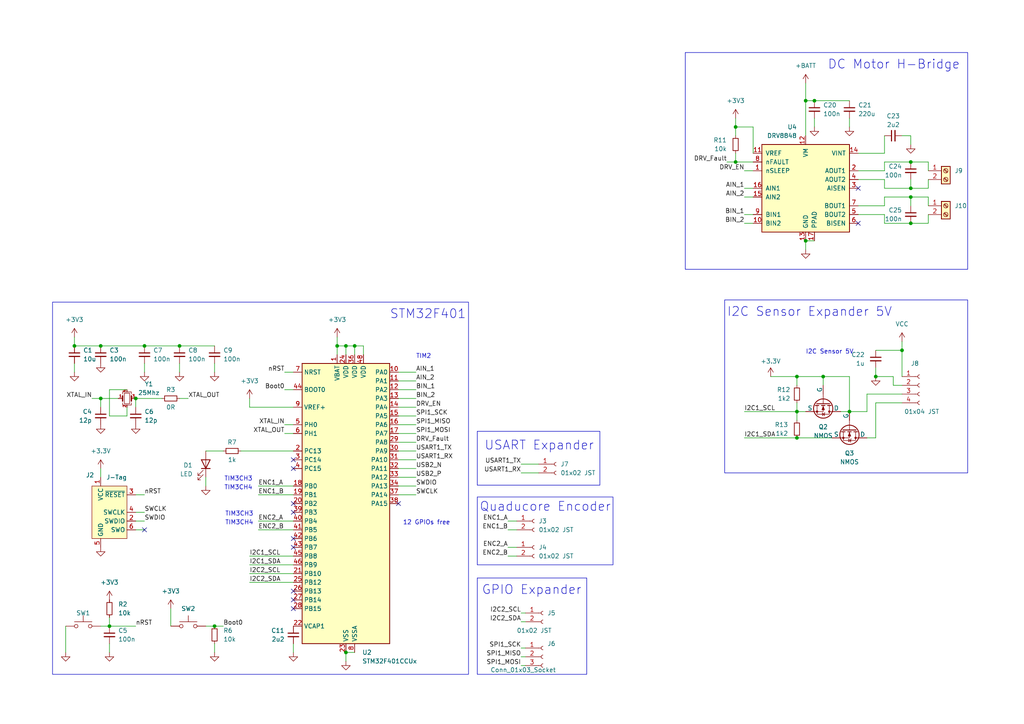
<source format=kicad_sch>
(kicad_sch (version 20230121) (generator eeschema)
  (paper "A4")
  (lib_symbols
    (symbol "Connector:Conn_01x02_Socket" (pin_names (offset 1.016) hide)
      (property "Reference" "J" (at 0 2.54 0))
      (property "Value" "Conn_01x02_Socket" (at 0 -5.08 0))
      (symbol "Conn_01x02_Socket_1_1"
        (arc (start 0 -2.032) (mid -0.5058 -2.54) (end 0 -3.048) (stroke (width 0.1524)))
        (polyline (pts (xy -1.27 -2.54) (xy -0.508 -2.54)) (stroke (width 0.1524)))
        (polyline (pts (xy -1.27 0) (xy -0.508 0)) (stroke (width 0.1524)))
        (arc (start 0 0.508) (mid -0.5058 0) (end 0 -0.508) (stroke (width 0.1524)))
        (pin passive line (at -5.08 0 0) (length 3.81) (name "Pin_1") (number "1"))
        (pin passive line (at -5.08 -2.54 0) (length 3.81) (name "Pin_2") (number "2"))
      )
    )
    (symbol "Connector:Conn_01x03_Socket" (pin_names (offset 1.016) hide)
      (property "Reference" "J" (at 0 5.08 0))
      (property "Value" "Conn_01x03_Socket" (at 0 -5.08 0))
      (symbol "Conn_01x03_Socket_1_1"
        (arc (start 0 -2.032) (mid -0.5058 -2.54) (end 0 -3.048) (stroke (width 0.1524)))
        (polyline (pts (xy -1.27 -2.54) (xy -0.508 -2.54)) (stroke (width 0.1524)))
        (polyline (pts (xy -1.27 0) (xy -0.508 0)) (stroke (width 0.1524)))
        (polyline (pts (xy -1.27 2.54) (xy -0.508 2.54)) (stroke (width 0.1524)))
        (arc (start 0 0.508) (mid -0.5058 0) (end 0 -0.508) (stroke (width 0.1524)))
        (arc (start 0 3.048) (mid -0.5058 2.54) (end 0 2.032) (stroke (width 0.1524)))
        (pin passive line (at -5.08 2.54 0) (length 3.81) (name "Pin_1") (number "1"))
        (pin passive line (at -5.08 0 0) (length 3.81) (name "Pin_2") (number "2"))
        (pin passive line (at -5.08 -2.54 0) (length 3.81) (name "Pin_3") (number "3"))
      )
    )
    (symbol "Connector:Conn_01x04_Socket" (pin_names (offset 1.016) hide)
      (property "Reference" "J" (at 0 5.08 0))
      (property "Value" "Conn_01x04_Socket" (at 0 -7.62 0))
      (symbol "Conn_01x04_Socket_1_1"
        (arc (start 0 -4.572) (mid -0.5058 -5.08) (end 0 -5.588) (stroke (width 0.1524)))
        (arc (start 0 -2.032) (mid -0.5058 -2.54) (end 0 -3.048) (stroke (width 0.1524)))
        (polyline (pts (xy -1.27 -5.08) (xy -0.508 -5.08)) (stroke (width 0.1524)))
        (polyline (pts (xy -1.27 -2.54) (xy -0.508 -2.54)) (stroke (width 0.1524)))
        (polyline (pts (xy -1.27 0) (xy -0.508 0)) (stroke (width 0.1524)))
        (polyline (pts (xy -1.27 2.54) (xy -0.508 2.54)) (stroke (width 0.1524)))
        (arc (start 0 0.508) (mid -0.5058 0) (end 0 -0.508) (stroke (width 0.1524)))
        (arc (start 0 3.048) (mid -0.5058 2.54) (end 0 2.032) (stroke (width 0.1524)))
        (pin passive line (at -5.08 2.54 0) (length 3.81) (name "Pin_1") (number "1"))
        (pin passive line (at -5.08 0 0) (length 3.81) (name "Pin_2") (number "2"))
        (pin passive line (at -5.08 -2.54 0) (length 3.81) (name "Pin_3") (number "3"))
        (pin passive line (at -5.08 -5.08 0) (length 3.81) (name "Pin_4") (number "4"))
      )
    )
    (symbol "Connector:Conn_ARM_SWD_TagConnect_TC2030" (in_bom no)
      (property "Reference" "J" (at 2.54 11.43 0))
      (property "Value" "Conn_ARM_SWD_TagConnect_TC2030" (at 5.08 8.89 0))
      (symbol "Conn_ARM_SWD_TagConnect_TC2030_0_0"
        (pin power_in line (at -2.54 10.16 270) (length 2.54) (name "VCC") (number "1"))
        (pin bidirectional line (at 7.62 -2.54 180) (length 2.54) (name "SWDIO") (number "2"))
        (pin open_collector line (at 7.62 5.08 180) (length 2.54) (name "~{RESET}") (number "3"))
        (pin output line (at 7.62 0 180) (length 2.54) (name "SWCLK") (number "4"))
        (pin power_in line (at -2.54 -10.16 90) (length 2.54) (name "GND") (number "5"))
        (pin input line (at 7.62 -5.08 180) (length 2.54) (name "SWO") (number "6"))
      )
      (symbol "Conn_ARM_SWD_TagConnect_TC2030_0_1"
        (rectangle (start -5.08 7.62) (end 5.08 -7.62) (fill (type background)))
      )
    )
    (symbol "Connector:Screw_Terminal_01x02" (pin_names (offset 1.016) hide)
      (property "Reference" "J" (at 0 2.54 0))
      (property "Value" "Screw_Terminal_01x02" (at 0 -5.08 0))
      (symbol "Screw_Terminal_01x02_1_1"
        (rectangle (start -1.27 1.27) (end 1.27 -3.81) (stroke (width 0.254)) (fill (type background)))
        (circle (center 0 -2.54) (radius 0.635) (stroke (width 0.1524)))
        (polyline (pts (xy -0.5334 -2.2098) (xy 0.3302 -3.048)) (stroke (width 0.1524)))
        (polyline (pts (xy -0.5334 0.3302) (xy 0.3302 -0.508)) (stroke (width 0.1524)))
        (polyline (pts (xy -0.3556 -2.032) (xy 0.508 -2.8702)) (stroke (width 0.1524)))
        (polyline (pts (xy -0.3556 0.508) (xy 0.508 -0.3302)) (stroke (width 0.1524)))
        (circle (center 0 0) (radius 0.635) (stroke (width 0.1524)))
        (pin passive line (at -5.08 0 0) (length 3.81) (name "Pin_1") (number "1"))
        (pin passive line (at -5.08 -2.54 0) (length 3.81) (name "Pin_2") (number "2"))
      )
    )
    (symbol "Device:C_Small" (pin_numbers hide) (pin_names (offset 0.254) hide)
      (property "Reference" "C" (at 0.254 1.778 0))
      (property "Value" "C_Small" (at 0.254 -2.032 0))
      (symbol "C_Small_0_1"
        (polyline (pts (xy -1.524 -0.508) (xy 1.524 -0.508)) (stroke (width 0.3302)))
        (polyline (pts (xy -1.524 0.508) (xy 1.524 0.508)) (stroke (width 0.3048)))
      )
      (symbol "C_Small_1_1"
        (pin passive line (at 0 2.54 270) (length 2.032) (name "~") (number "1"))
        (pin passive line (at 0 -2.54 90) (length 2.032) (name "~") (number "2"))
      )
    )
    (symbol "Device:Crystal_GND24_Small" (pin_names (offset 1.016) hide)
      (property "Reference" "Y" (at 1.27 4.445 0))
      (property "Value" "Crystal_GND24_Small" (at 1.27 2.54 0))
      (symbol "Crystal_GND24_Small_0_1"
        (rectangle (start -0.762 -1.524) (end 0.762 1.524))
        (polyline (pts (xy -1.27 -0.762) (xy -1.27 0.762)) (stroke (width 0.381)))
        (polyline (pts (xy 1.27 -0.762) (xy 1.27 0.762)) (stroke (width 0.381)))
        (polyline (pts (xy -1.27 -1.27) (xy -1.27 -1.905) (xy 1.27 -1.905) (xy 1.27 -1.27)))
        (polyline (pts (xy -1.27 1.27) (xy -1.27 1.905) (xy 1.27 1.905) (xy 1.27 1.27)))
      )
      (symbol "Crystal_GND24_Small_1_1"
        (pin passive line (at -2.54 0 0) (length 1.27) (name "1") (number "1"))
        (pin passive line (at 0 -2.54 90) (length 0.635) (name "2") (number "2"))
        (pin passive line (at 2.54 0 180) (length 1.27) (name "3") (number "3"))
        (pin passive line (at 0 2.54 270) (length 0.635) (name "4") (number "4"))
      )
    )
    (symbol "Device:LED" (pin_numbers hide) (pin_names (offset 1.016) hide)
      (property "Reference" "D" (at 0 2.54 0))
      (property "Value" "LED" (at 0 -2.54 0))
      (symbol "LED_0_1"
        (polyline (pts (xy -1.27 -1.27) (xy -1.27 1.27)) (stroke (width 0.254)))
        (polyline (pts (xy -1.27 0) (xy 1.27 0)))
        (polyline (pts (xy 1.27 -1.27) (xy 1.27 1.27) (xy -1.27 0) (xy 1.27 -1.27)) (stroke (width 0.254)))
        (polyline (pts (xy -3.048 -0.762) (xy -4.572 -2.286) (xy -3.81 -2.286) (xy -4.572 -2.286) (xy -4.572 -1.524)))
        (polyline (pts (xy -1.778 -0.762) (xy -3.302 -2.286) (xy -2.54 -2.286) (xy -3.302 -2.286) (xy -3.302 -1.524)))
      )
      (symbol "LED_1_1"
        (pin passive line (at -3.81 0 0) (length 2.54) (name "K") (number "1"))
        (pin passive line (at 3.81 0 180) (length 2.54) (name "A") (number "2"))
      )
    )
    (symbol "Device:R_Small" (pin_numbers hide) (pin_names (offset 0.254) hide)
      (property "Reference" "R" (at 0.762 0.508 0))
      (property "Value" "R_Small" (at 0.762 -1.016 0))
      (symbol "R_Small_0_1"
        (rectangle (start -0.762 1.778) (end 0.762 -1.778) (stroke (width 0.2032)))
      )
      (symbol "R_Small_1_1"
        (pin passive line (at 0 2.54 270) (length 0.762) (name "~") (number "1"))
        (pin passive line (at 0 -2.54 90) (length 0.762) (name "~") (number "2"))
      )
    )
    (symbol "Driver_Motor:DRV8848" (pin_names (offset 1.016))
      (property "Reference" "U" (at -11.43 14.224 0))
      (property "Value" "DRV8848" (at 7.366 14.224 0))
      (symbol "DRV8848_0_1"
        (rectangle (start -12.7 12.7) (end 12.7 -12.7) (stroke (width 0.254)) (fill (type background)))
      )
      (symbol "DRV8848_1_1"
        (pin input line (at -15.24 5.08 0) (length 2.54) (name "nSLEEP") (number "1"))
        (pin input line (at -15.24 -10.16 0) (length 2.54) (name "BIN2") (number "10"))
        (pin input line (at -15.24 10.16 0) (length 2.54) (name "VREF") (number "11"))
        (pin power_in line (at 0 15.24 270) (length 2.54) (name "VM") (number "12"))
        (pin power_in line (at 0 -15.24 90) (length 2.54) (name "GND") (number "13"))
        (pin passive line (at 15.24 10.16 180) (length 2.54) (name "VINT") (number "14"))
        (pin input line (at -15.24 -2.54 0) (length 2.54) (name "AIN2") (number "15"))
        (pin input line (at -15.24 0 0) (length 2.54) (name "AIN1") (number "16"))
        (pin power_in line (at 2.54 -15.24 90) (length 2.54) (name "PPAD") (number "17"))
        (pin output line (at 15.24 5.08 180) (length 2.54) (name "AOUT1") (number "2"))
        (pin passive line (at 15.24 0 180) (length 2.54) (name "AISEN") (number "3"))
        (pin output line (at 15.24 2.54 180) (length 2.54) (name "AOUT2") (number "4"))
        (pin output line (at 15.24 -7.62 180) (length 2.54) (name "BOUT2") (number "5"))
        (pin passive line (at 15.24 -10.16 180) (length 2.54) (name "BISEN") (number "6"))
        (pin output line (at 15.24 -5.08 180) (length 2.54) (name "BOUT1") (number "7"))
        (pin open_collector line (at -15.24 7.62 0) (length 2.54) (name "nFAULT") (number "8"))
        (pin input line (at -15.24 -7.62 0) (length 2.54) (name "BIN1") (number "9"))
      )
    )
    (symbol "MCU_ST_STM32F4:STM32F401CCUx"
      (property "Reference" "U" (at -12.7 41.91 0))
      (property "Value" "STM32F401CCUx" (at 7.62 41.91 0))
      (symbol "STM32F401CCUx_0_1"
        (rectangle (start -12.7 -40.64) (end 12.7 40.64) (stroke (width 0.254)) (fill (type background)))
      )
      (symbol "STM32F401CCUx_1_1"
        (pin power_in line (at -2.54 43.18 270) (length 2.54) (name "VBAT") (number "1"))
        (pin bidirectional line (at 15.24 38.1 180) (length 2.54) (name "PA0") (number "10"))
        (pin bidirectional line (at 15.24 35.56 180) (length 2.54) (name "PA1") (number "11"))
        (pin bidirectional line (at 15.24 33.02 180) (length 2.54) (name "PA2") (number "12"))
        (pin bidirectional line (at 15.24 30.48 180) (length 2.54) (name "PA3") (number "13"))
        (pin bidirectional line (at 15.24 27.94 180) (length 2.54) (name "PA4") (number "14"))
        (pin bidirectional line (at 15.24 25.4 180) (length 2.54) (name "PA5") (number "15"))
        (pin bidirectional line (at 15.24 22.86 180) (length 2.54) (name "PA6") (number "16"))
        (pin bidirectional line (at 15.24 20.32 180) (length 2.54) (name "PA7") (number "17"))
        (pin bidirectional line (at -15.24 5.08 0) (length 2.54) (name "PB0") (number "18"))
        (pin bidirectional line (at -15.24 2.54 0) (length 2.54) (name "PB1") (number "19"))
        (pin bidirectional line (at -15.24 15.24 0) (length 2.54) (name "PC13") (number "2"))
        (pin bidirectional line (at -15.24 0 0) (length 2.54) (name "PB2") (number "20"))
        (pin bidirectional line (at -15.24 -20.32 0) (length 2.54) (name "PB10") (number "21"))
        (pin power_out line (at -15.24 -35.56 0) (length 2.54) (name "VCAP1") (number "22"))
        (pin power_in line (at 0 -43.18 90) (length 2.54) (name "VSS") (number "23"))
        (pin power_in line (at 0 43.18 270) (length 2.54) (name "VDD") (number "24"))
        (pin bidirectional line (at -15.24 -22.86 0) (length 2.54) (name "PB12") (number "25"))
        (pin bidirectional line (at -15.24 -25.4 0) (length 2.54) (name "PB13") (number "26"))
        (pin bidirectional line (at -15.24 -27.94 0) (length 2.54) (name "PB14") (number "27"))
        (pin bidirectional line (at -15.24 -30.48 0) (length 2.54) (name "PB15") (number "28"))
        (pin bidirectional line (at 15.24 17.78 180) (length 2.54) (name "PA8") (number "29"))
        (pin bidirectional line (at -15.24 12.7 0) (length 2.54) (name "PC14") (number "3"))
        (pin bidirectional line (at 15.24 15.24 180) (length 2.54) (name "PA9") (number "30"))
        (pin bidirectional line (at 15.24 12.7 180) (length 2.54) (name "PA10") (number "31"))
        (pin bidirectional line (at 15.24 10.16 180) (length 2.54) (name "PA11") (number "32"))
        (pin bidirectional line (at 15.24 7.62 180) (length 2.54) (name "PA12") (number "33"))
        (pin bidirectional line (at 15.24 5.08 180) (length 2.54) (name "PA13") (number "34"))
        (pin passive line (at 0 -43.18 90) (length 2.54) hide (name "VSS") (number "35"))
        (pin power_in line (at 2.54 43.18 270) (length 2.54) (name "VDD") (number "36"))
        (pin bidirectional line (at 15.24 2.54 180) (length 2.54) (name "PA14") (number "37"))
        (pin bidirectional line (at 15.24 0 180) (length 2.54) (name "PA15") (number "38"))
        (pin bidirectional line (at -15.24 -2.54 0) (length 2.54) (name "PB3") (number "39"))
        (pin bidirectional line (at -15.24 10.16 0) (length 2.54) (name "PC15") (number "4"))
        (pin bidirectional line (at -15.24 -5.08 0) (length 2.54) (name "PB4") (number "40"))
        (pin bidirectional line (at -15.24 -7.62 0) (length 2.54) (name "PB5") (number "41"))
        (pin bidirectional line (at -15.24 -10.16 0) (length 2.54) (name "PB6") (number "42"))
        (pin bidirectional line (at -15.24 -12.7 0) (length 2.54) (name "PB7") (number "43"))
        (pin input line (at -15.24 33.02 0) (length 2.54) (name "BOOT0") (number "44"))
        (pin bidirectional line (at -15.24 -15.24 0) (length 2.54) (name "PB8") (number "45"))
        (pin bidirectional line (at -15.24 -17.78 0) (length 2.54) (name "PB9") (number "46"))
        (pin passive line (at 0 -43.18 90) (length 2.54) hide (name "VSS") (number "47"))
        (pin power_in line (at 5.08 43.18 270) (length 2.54) (name "VDD") (number "48"))
        (pin passive line (at 0 -43.18 90) (length 2.54) hide (name "VSS") (number "49"))
        (pin bidirectional line (at -15.24 22.86 0) (length 2.54) (name "PH0") (number "5"))
        (pin bidirectional line (at -15.24 20.32 0) (length 2.54) (name "PH1") (number "6"))
        (pin input line (at -15.24 38.1 0) (length 2.54) (name "NRST") (number "7"))
        (pin power_in line (at 2.54 -43.18 90) (length 2.54) (name "VSSA") (number "8"))
        (pin input line (at -15.24 27.94 0) (length 2.54) (name "VREF+") (number "9"))
      )
    )
    (symbol "Simulation_SPICE:NMOS" (pin_numbers hide) (pin_names (offset 0))
      (property "Reference" "Q" (at 5.08 1.27 0))
      (property "Value" "NMOS" (at 5.08 -1.27 0))
      (symbol "NMOS_0_1"
        (polyline (pts (xy 0.254 0) (xy -2.54 0)))
        (polyline (pts (xy 0.254 1.905) (xy 0.254 -1.905)) (stroke (width 0.254)))
        (polyline (pts (xy 0.762 -1.27) (xy 0.762 -2.286)) (stroke (width 0.254)))
        (polyline (pts (xy 0.762 0.508) (xy 0.762 -0.508)) (stroke (width 0.254)))
        (polyline (pts (xy 0.762 2.286) (xy 0.762 1.27)) (stroke (width 0.254)))
        (polyline (pts (xy 2.54 2.54) (xy 2.54 1.778)))
        (polyline (pts (xy 2.54 -2.54) (xy 2.54 0) (xy 0.762 0)))
        (polyline (pts (xy 0.762 -1.778) (xy 3.302 -1.778) (xy 3.302 1.778) (xy 0.762 1.778)))
        (polyline (pts (xy 1.016 0) (xy 2.032 0.381) (xy 2.032 -0.381) (xy 1.016 0)) (fill (type outline)))
        (polyline (pts (xy 2.794 0.508) (xy 2.921 0.381) (xy 3.683 0.381) (xy 3.81 0.254)))
        (polyline (pts (xy 3.302 0.381) (xy 2.921 -0.254) (xy 3.683 -0.254) (xy 3.302 0.381)))
        (circle (center 1.651 0) (radius 2.794) (stroke (width 0.254)))
        (circle (center 2.54 -1.778) (radius 0.254) (fill (type outline)))
        (circle (center 2.54 1.778) (radius 0.254) (fill (type outline)))
      )
      (symbol "NMOS_1_1"
        (pin passive line (at 2.54 5.08 270) (length 2.54) (name "D") (number "1"))
        (pin input line (at -5.08 0 0) (length 2.54) (name "G") (number "2"))
        (pin passive line (at 2.54 -5.08 90) (length 2.54) (name "S") (number "3"))
      )
    )
    (symbol "Switch:SW_Push" (pin_numbers hide) (pin_names (offset 1.016) hide)
      (property "Reference" "SW" (at 1.27 2.54 0))
      (property "Value" "SW_Push" (at 0 -1.524 0))
      (symbol "SW_Push_0_1"
        (circle (center -2.032 0) (radius 0.508))
        (polyline (pts (xy 0 1.27) (xy 0 3.048)))
        (polyline (pts (xy 2.54 1.27) (xy -2.54 1.27)))
        (circle (center 2.032 0) (radius 0.508))
        (pin passive line (at -5.08 0 0) (length 2.54) (name "1") (number "1"))
        (pin passive line (at 5.08 0 180) (length 2.54) (name "2") (number "2"))
      )
    )
    (symbol "power:+3.3V" (power) (pin_names (offset 0))
      (property "Value" "+3.3V" (at 0 3.556 0))
      (symbol "+3.3V_0_1"
        (polyline (pts (xy -0.762 1.27) (xy 0 2.54)))
        (polyline (pts (xy 0 0) (xy 0 2.54)))
        (polyline (pts (xy 0 2.54) (xy 0.762 1.27)))
      )
      (symbol "+3.3V_1_1"
        (pin power_in line (at 0 0 90) (length 0) hide (name "+3.3V") (number "1"))
      )
    )
    (symbol "power:+3V3" (power) (pin_names (offset 0))
      (property "Value" "+3V3" (at 0 3.556 0))
      (symbol "+3V3_0_1"
        (polyline (pts (xy -0.762 1.27) (xy 0 2.54)))
        (polyline (pts (xy 0 0) (xy 0 2.54)))
        (polyline (pts (xy 0 2.54) (xy 0.762 1.27)))
      )
      (symbol "+3V3_1_1"
        (pin power_in line (at 0 0 90) (length 0) hide (name "+3V3") (number "1"))
      )
    )
    (symbol "power:+BATT" (power) (pin_names (offset 0))
      (property "Value" "+BATT" (at 0 3.556 0))
      (symbol "+BATT_0_1"
        (polyline (pts (xy -0.762 1.27) (xy 0 2.54)))
        (polyline (pts (xy 0 0) (xy 0 2.54)))
        (polyline (pts (xy 0 2.54) (xy 0.762 1.27)))
      )
      (symbol "+BATT_1_1"
        (pin power_in line (at 0 0 90) (length 0) hide (name "+BATT") (number "1"))
      )
    )
    (symbol "power:GND" (power) (pin_names (offset 0))
      (symbol "GND_0_1"
        (polyline (pts (xy 0 0) (xy 0 -1.27) (xy 1.27 -1.27) (xy 0 -2.54) (xy -1.27 -1.27) (xy 0 -1.27)))
      )
      (symbol "GND_1_1"
        (pin power_in line (at 0 0 270) (length 0) hide (name "GND") (number "1"))
      )
    )
    (symbol "power:VCC" (power) (pin_names (offset 0))
      (property "Value" "VCC" (at 0 3.81 0))
      (symbol "VCC_0_1"
        (polyline (pts (xy -0.762 1.27) (xy 0 2.54)))
        (polyline (pts (xy 0 0) (xy 0 2.54)))
        (polyline (pts (xy 0 2.54) (xy 0.762 1.27)))
      )
      (symbol "VCC_1_1"
        (pin power_in line (at 0 0 90) (length 0) hide (name "VCC") (number "1"))
      )
    )
  )
  (junction (at 264.16 46.99))
  (junction (at 213.36 36.83))
  (junction (at 231.14 119.38))
  (junction (at 261.62 101.6))
  (junction (at 236.22 29.21))
  (junction (at 233.68 29.21))
  (junction (at 102.87 100.33))
  (junction (at 254 109.22))
  (junction (at 231.14 127))
  (junction (at 100.33 189.23))
  (junction (at 233.68 69.85))
  (junction (at 52.07 100.33))
  (junction (at 31.75 181.61))
  (junction (at 231.14 109.22))
  (junction (at 238.76 109.22))
  (junction (at 100.33 100.33))
  (junction (at 41.91 100.33))
  (junction (at 213.36 46.99))
  (junction (at 29.21 100.33))
  (junction (at 62.23 181.61))
  (junction (at 21.59 100.33))
  (junction (at 97.79 100.33))
  (junction (at 246.38 119.38))
  (junction (at 39.37 115.57))
  (junction (at 264.16 57.15))
  (junction (at 29.21 115.57))
  (junction (at 264.16 64.77))
  (junction (at 264.16 54.61))
  (no_connect (at 85.09 146.05))
  (no_connect (at 85.09 176.53))
  (no_connect (at 115.57 146.05))
  (no_connect (at 85.09 148.59))
  (no_connect (at 85.09 156.21))
  (no_connect (at 85.09 135.89))
  (no_connect (at 85.09 171.45))
  (no_connect (at 248.92 64.77))
  (no_connect (at 85.09 158.75))
  (no_connect (at 85.09 173.99))
  (no_connect (at 41.91 153.67))
  (no_connect (at 248.92 54.61))
  (no_connect (at 85.09 133.35))
  (wire (pts (xy 251.46 114.3) (xy 251.46 119.38)))
  (wire (pts (xy 256.54 44.45) (xy 248.92 44.45)))
  (wire (pts (xy 72.39 161.29) (xy 85.09 161.29)))
  (wire (pts (xy 259.08 109.22) (xy 254 109.22)))
  (wire (pts (xy 238.76 109.22) (xy 246.38 109.22)))
  (wire (pts (xy 269.24 59.69) (xy 269.24 57.15)))
  (wire (pts (xy 85.09 186.69) (xy 85.09 189.23)))
  (wire (pts (xy 243.84 119.38) (xy 246.38 119.38)))
  (wire (pts (xy 233.68 69.85) (xy 233.68 72.39)))
  (wire (pts (xy 248.92 62.23) (xy 256.54 62.23)))
  (wire (pts (xy 115.57 143.51) (xy 120.65 143.51)))
  (wire (pts (xy 231.14 127) (xy 241.3 127)))
  (wire (pts (xy 115.57 118.11) (xy 120.65 118.11)))
  (wire (pts (xy 261.62 101.6) (xy 261.62 109.22)))
  (wire (pts (xy 256.54 57.15) (xy 256.54 59.69)))
  (wire (pts (xy 115.57 123.19) (xy 120.65 123.19)))
  (wire (pts (xy 31.75 186.69) (xy 31.75 189.23)))
  (wire (pts (xy 69.85 130.81) (xy 85.09 130.81)))
  (wire (pts (xy 100.33 100.33) (xy 102.87 100.33)))
  (wire (pts (xy 41.91 105.41) (xy 41.91 107.95)))
  (wire (pts (xy 236.22 29.21) (xy 246.38 29.21)))
  (wire (pts (xy 115.57 120.65) (xy 120.65 120.65)))
  (wire (pts (xy 147.32 158.75) (xy 149.86 158.75)))
  (wire (pts (xy 233.68 29.21) (xy 236.22 29.21)))
  (wire (pts (xy 152.4 177.8) (xy 151.13 177.8)))
  (wire (pts (xy 151.13 180.34) (xy 152.4 180.34)))
  (wire (pts (xy 74.93 151.13) (xy 85.09 151.13)))
  (wire (pts (xy 231.14 116.84) (xy 231.14 119.38)))
  (wire (pts (xy 256.54 62.23) (xy 256.54 64.77)))
  (wire (pts (xy 231.14 119.38) (xy 231.14 121.92)))
  (wire (pts (xy 39.37 151.13) (xy 41.91 151.13)))
  (wire (pts (xy 41.91 100.33) (xy 52.07 100.33)))
  (wire (pts (xy 115.57 130.81) (xy 120.65 130.81)))
  (wire (pts (xy 102.87 189.23) (xy 100.33 189.23)))
  (wire (pts (xy 100.33 102.87) (xy 100.33 100.33)))
  (wire (pts (xy 254 101.6) (xy 261.62 101.6)))
  (wire (pts (xy 72.39 168.91) (xy 85.09 168.91)))
  (wire (pts (xy 115.57 138.43) (xy 120.65 138.43)))
  (wire (pts (xy 31.75 181.61) (xy 39.37 181.61)))
  (wire (pts (xy 115.57 133.35) (xy 120.65 133.35)))
  (wire (pts (xy 147.32 161.29) (xy 149.86 161.29)))
  (wire (pts (xy 59.69 130.81) (xy 64.77 130.81)))
  (wire (pts (xy 233.68 69.85) (xy 236.22 69.85)))
  (wire (pts (xy 115.57 125.73) (xy 120.65 125.73)))
  (wire (pts (xy 31.75 179.07) (xy 31.75 181.61)))
  (wire (pts (xy 246.38 34.29) (xy 246.38 36.83)))
  (wire (pts (xy 256.54 52.07) (xy 256.54 54.61)))
  (wire (pts (xy 215.9 62.23) (xy 218.44 62.23)))
  (wire (pts (xy 213.36 34.29) (xy 213.36 36.83)))
  (wire (pts (xy 115.57 115.57) (xy 120.65 115.57)))
  (wire (pts (xy 102.87 100.33) (xy 105.41 100.33)))
  (wire (pts (xy 39.37 143.51) (xy 41.91 143.51)))
  (wire (pts (xy 29.21 100.33) (xy 41.91 100.33)))
  (wire (pts (xy 264.16 41.91) (xy 264.16 39.37)))
  (wire (pts (xy 115.57 128.27) (xy 120.65 128.27)))
  (wire (pts (xy 29.21 135.89) (xy 29.21 138.43)))
  (wire (pts (xy 59.69 181.61) (xy 62.23 181.61)))
  (wire (pts (xy 231.14 119.38) (xy 233.68 119.38)))
  (wire (pts (xy 254 106.68) (xy 254 109.22)))
  (wire (pts (xy 29.21 115.57) (xy 34.29 115.57)))
  (wire (pts (xy 231.14 109.22) (xy 231.14 111.76)))
  (wire (pts (xy 31.75 113.03) (xy 31.75 120.65)))
  (wire (pts (xy 264.16 54.61) (xy 269.24 54.61)))
  (wire (pts (xy 62.23 105.41) (xy 62.23 107.95)))
  (wire (pts (xy 39.37 115.57) (xy 39.37 118.11)))
  (wire (pts (xy 115.57 107.95) (xy 120.65 107.95)))
  (wire (pts (xy 102.87 100.33) (xy 102.87 102.87)))
  (wire (pts (xy 31.75 120.65) (xy 36.83 120.65)))
  (wire (pts (xy 52.07 100.33) (xy 62.23 100.33)))
  (wire (pts (xy 39.37 153.67) (xy 41.91 153.67)))
  (wire (pts (xy 213.36 46.99) (xy 218.44 46.99)))
  (wire (pts (xy 82.55 125.73) (xy 85.09 125.73)))
  (wire (pts (xy 100.33 100.33) (xy 97.79 100.33)))
  (wire (pts (xy 62.23 186.69) (xy 62.23 189.23)))
  (wire (pts (xy 264.16 52.07) (xy 264.16 54.61)))
  (wire (pts (xy 74.93 140.97) (xy 85.09 140.97)))
  (wire (pts (xy 147.32 153.67) (xy 149.86 153.67)))
  (wire (pts (xy 74.93 153.67) (xy 85.09 153.67)))
  (wire (pts (xy 215.9 119.38) (xy 231.14 119.38)))
  (wire (pts (xy 256.54 57.15) (xy 264.16 57.15)))
  (wire (pts (xy 256.54 64.77) (xy 264.16 64.77)))
  (wire (pts (xy 248.92 59.69) (xy 256.54 59.69)))
  (wire (pts (xy 238.76 109.22) (xy 238.76 111.76)))
  (wire (pts (xy 269.24 54.61) (xy 269.24 52.07)))
  (wire (pts (xy 115.57 113.03) (xy 120.65 113.03)))
  (wire (pts (xy 72.39 118.11) (xy 85.09 118.11)))
  (wire (pts (xy 115.57 110.49) (xy 120.65 110.49)))
  (wire (pts (xy 254 127) (xy 251.46 127)))
  (wire (pts (xy 213.36 36.83) (xy 213.36 39.37)))
  (wire (pts (xy 151.13 190.5) (xy 152.4 190.5)))
  (wire (pts (xy 259.08 111.76) (xy 259.08 109.22)))
  (wire (pts (xy 236.22 34.29) (xy 236.22 36.83)))
  (wire (pts (xy 72.39 163.83) (xy 85.09 163.83)))
  (wire (pts (xy 39.37 115.57) (xy 46.99 115.57)))
  (wire (pts (xy 233.68 29.21) (xy 233.68 39.37)))
  (wire (pts (xy 151.13 187.96) (xy 152.4 187.96)))
  (wire (pts (xy 62.23 181.61) (xy 64.77 181.61)))
  (wire (pts (xy 151.13 134.62) (xy 156.21 134.62)))
  (wire (pts (xy 97.79 100.33) (xy 97.79 102.87)))
  (wire (pts (xy 231.14 109.22) (xy 238.76 109.22)))
  (wire (pts (xy 233.68 24.13) (xy 233.68 29.21)))
  (wire (pts (xy 74.93 143.51) (xy 85.09 143.51)))
  (wire (pts (xy 147.32 151.13) (xy 149.86 151.13)))
  (wire (pts (xy 115.57 140.97) (xy 120.65 140.97)))
  (wire (pts (xy 269.24 64.77) (xy 269.24 62.23)))
  (wire (pts (xy 105.41 100.33) (xy 105.41 102.87)))
  (wire (pts (xy 215.9 57.15) (xy 218.44 57.15)))
  (wire (pts (xy 256.54 49.53) (xy 256.54 46.99)))
  (wire (pts (xy 29.21 115.57) (xy 29.21 118.11)))
  (wire (pts (xy 215.9 54.61) (xy 218.44 54.61)))
  (wire (pts (xy 19.05 181.61) (xy 19.05 189.23)))
  (wire (pts (xy 52.07 115.57) (xy 54.61 115.57)))
  (wire (pts (xy 26.67 115.57) (xy 29.21 115.57)))
  (wire (pts (xy 256.54 46.99) (xy 264.16 46.99)))
  (wire (pts (xy 21.59 105.41) (xy 21.59 107.95)))
  (wire (pts (xy 215.9 127) (xy 231.14 127)))
  (wire (pts (xy 269.24 57.15) (xy 264.16 57.15)))
  (wire (pts (xy 52.07 105.41) (xy 52.07 107.95)))
  (wire (pts (xy 251.46 114.3) (xy 261.62 114.3)))
  (wire (pts (xy 72.39 115.57) (xy 72.39 118.11)))
  (wire (pts (xy 246.38 119.38) (xy 246.38 109.22)))
  (wire (pts (xy 39.37 148.59) (xy 41.91 148.59)))
  (wire (pts (xy 218.44 36.83) (xy 213.36 36.83)))
  (wire (pts (xy 21.59 97.79) (xy 21.59 100.33)))
  (wire (pts (xy 151.13 193.04) (xy 152.4 193.04)))
  (wire (pts (xy 36.83 118.11) (xy 36.83 120.65)))
  (wire (pts (xy 261.62 99.06) (xy 261.62 101.6)))
  (wire (pts (xy 82.55 123.19) (xy 85.09 123.19)))
  (wire (pts (xy 85.09 113.03) (xy 82.55 113.03)))
  (wire (pts (xy 248.92 52.07) (xy 256.54 52.07)))
  (wire (pts (xy 254 127) (xy 254 116.84)))
  (wire (pts (xy 261.62 111.76) (xy 259.08 111.76)))
  (wire (pts (xy 256.54 54.61) (xy 264.16 54.61)))
  (wire (pts (xy 82.55 107.95) (xy 85.09 107.95)))
  (wire (pts (xy 215.9 49.53) (xy 218.44 49.53)))
  (wire (pts (xy 59.69 138.43) (xy 59.69 140.97)))
  (wire (pts (xy 210.82 46.99) (xy 213.36 46.99)))
  (wire (pts (xy 254 116.84) (xy 261.62 116.84)))
  (wire (pts (xy 264.16 57.15) (xy 264.16 59.69)))
  (wire (pts (xy 248.92 49.53) (xy 256.54 49.53)))
  (wire (pts (xy 100.33 189.23) (xy 100.33 191.77)))
  (wire (pts (xy 213.36 44.45) (xy 213.36 46.99)))
  (wire (pts (xy 49.53 176.53) (xy 49.53 181.61)))
  (wire (pts (xy 223.52 109.22) (xy 231.14 109.22)))
  (wire (pts (xy 215.9 64.77) (xy 218.44 64.77)))
  (wire (pts (xy 72.39 166.37) (xy 85.09 166.37)))
  (wire (pts (xy 269.24 46.99) (xy 264.16 46.99)))
  (wire (pts (xy 115.57 135.89) (xy 120.65 135.89)))
  (wire (pts (xy 264.16 39.37) (xy 261.62 39.37)))
  (wire (pts (xy 36.83 113.03) (xy 31.75 113.03)))
  (wire (pts (xy 218.44 36.83) (xy 218.44 44.45)))
  (wire (pts (xy 151.13 137.16) (xy 156.21 137.16)))
  (wire (pts (xy 246.38 119.38) (xy 251.46 119.38)))
  (wire (pts (xy 264.16 64.77) (xy 269.24 64.77)))
  (wire (pts (xy 269.24 49.53) (xy 269.24 46.99)))
  (wire (pts (xy 97.79 97.79) (xy 97.79 100.33)))
  (wire (pts (xy 256.54 39.37) (xy 256.54 44.45)))
  (wire (pts (xy 21.59 100.33) (xy 29.21 100.33)))
  (wire (pts (xy 29.21 181.61) (xy 31.75 181.61)))
  (rectangle (start 198.755 15.24) (end 280.67 78.105))
  (rectangle (start 138.43 144.145) (end 177.8 163.83))
  (rectangle (start 138.43 167.64) (end 170.18 195.58))
  (rectangle (start 138.43 125.095) (end 173.99 140.716))
  (rectangle (start 15.24 87.63) (end 135.89 195.58))
  (rectangle (start 210.185 86.995) (end 280.67 137.16))
  (text "12 GPIOs free" (at 116.84 152.4 0) (effects (font (size 1.27 1.27)) (justify left bottom)))
  (text "STM32F401" (at 113.03 92.71 0) (effects (font (size 2.6 2.6)) (justify left bottom)))
  (text "TIM3CH4\n" (at 65.024 142.24 0) (effects (font (size 1.27 1.27)) (justify left bottom)))
  (text "USART Expander\n" (at 140.462 130.81 0) (effects (font (size 2.6 2.6)) (justify left bottom)))
  (text "I2C Sensor Expander 5V" (at 210.82 92.075 0) (effects (font (size 2.6 2.6)) (justify left bottom)))
  (text "TIM2" (at 120.65 104.14 0) (effects (font (size 1.27 1.27)) (justify left bottom)))
  (text "TIM3CH3\n" (at 65.024 139.7 0) (effects (font (size 1.27 1.27)) (justify left bottom)))
  (text "DC Motor H-Bridge" (at 240.03 20.32 0) (effects (font (size 2.6 2.6)) (justify left bottom)))
  (text "TIM3CH3\n" (at 65.278 149.86 0) (effects (font (size 1.27 1.27)) (justify left bottom)))
  (text "TIM3CH4\n" (at 65.278 152.4 0) (effects (font (size 1.27 1.27)) (justify left bottom)))
  (text "I2C Sensor 5V\n" (at 233.68 102.87 0) (effects (font (size 1.27 1.27)) (justify left bottom)))
  (text "Quaducore Encoder" (at 139.065 148.59 0) (effects (font (size 2.6 2.6)) (justify left bottom)))
  (text "GPIO Expander" (at 139.7 172.72 0) (effects (font (size 2.6 2.6)) (justify left bottom)))
  (label "SPI1_MISO" (at 151.13 190.5 180))
  (label "BIN_1" (at 120.65 113.03 0))
  (label "ENC2_A" (at 147.32 158.75 180))
  (label "SPI1_SCK" (at 151.13 187.96 180))
  (label "SWCLK" (at 120.65 143.51 0))
  (label "SWDIO" (at 120.65 140.97 0))
  (label "nRST" (at 41.91 143.51 0))
  (label "ENC1_A" (at 74.93 140.97 0))
  (label "BIN_1" (at 215.9 62.23 180))
  (label "USART1_RX" (at 120.65 133.35 0))
  (label "nRST" (at 82.55 107.95 180))
  (label "SWCLK" (at 41.91 148.59 0))
  (label "nRST" (at 39.37 181.61 0))
  (label "USART1_RX" (at 151.13 137.16 180))
  (label "XTAL_IN" (at 82.55 123.19 180))
  (label "I2C2_SCL" (at 151.13 177.8 180))
  (label "Boot0" (at 64.77 181.61 0))
  (label "SPI1_MISO" (at 120.65 123.19 0))
  (label "ENC2_A" (at 74.93 151.13 0))
  (label "AIN_2" (at 120.65 110.49 0))
  (label "AIN_1" (at 215.9 54.61 180))
  (label "USART1_TX" (at 151.13 134.62 180))
  (label "I2C1_SCL" (at 215.9 119.38 0))
  (label "DRV_EN" (at 215.9 49.53 180))
  (label "USART1_TX" (at 120.65 130.81 0))
  (label "XTAL_OUT" (at 82.55 125.73 180))
  (label "ENC1_B" (at 74.93 143.51 0))
  (label "I2C2_SCL" (at 72.39 166.37 0))
  (label "I2C1_SDA" (at 215.9 127 0))
  (label "AIN_2" (at 215.9 57.15 180))
  (label "I2C1_SCL" (at 72.39 161.29 0))
  (label "XTAL_IN" (at 26.67 115.57 180))
  (label "DRV_EN" (at 120.65 118.11 0))
  (label "I2C1_SDA" (at 72.39 163.83 0))
  (label "ENC2_B" (at 147.32 161.29 180))
  (label "I2C2_SDA" (at 151.13 180.34 180))
  (label "SPI1_SCK" (at 120.65 120.65 0))
  (label "SPI1_MOSI" (at 120.65 125.73 0))
  (label "Boot0" (at 82.55 113.03 180))
  (label "XTAL_OUT" (at 54.61 115.57 0))
  (label "ENC1_B" (at 147.32 153.67 180))
  (label "SWDIO" (at 41.91 151.13 0))
  (label "ENC1_A" (at 147.32 151.13 180))
  (label "I2C2_SDA" (at 72.39 168.91 0))
  (label "AIN_1" (at 120.65 107.95 0))
  (label "USB2_P" (at 120.65 138.43 0))
  (label "SPI1_MOSI" (at 151.13 193.04 180))
  (label "USB2_N" (at 120.65 135.89 0))
  (label "DRV_Fault" (at 120.65 128.27 0))
  (label "BIN_2" (at 215.9 64.77 180))
  (label "DRV_Fault" (at 210.82 46.99 180))
  (label "BIN_2" (at 120.65 115.57 0))
  (label "ENC2_B" (at 74.93 153.67 0))
  (symbol (lib_id "Connector:Screw_Terminal_01x02") (at 274.32 49.53 0) (unit 1)
    (property "Reference" "J9" (at 276.86 49.53 0) (effects (justify left)))
    (property "Value" "Screw_Terminal_01x02" (effects hide))
    (property "Footprint" "Connector_PinHeader_2.54mm:PinHeader_1x02_P2.54mm_Horizontal" (effects hide))
    (instances (project "DCMotorDriver" (path "" (reference "J9") (unit 1)) (path "" (reference "J?") (unit 1))))
  )
  (symbol (lib_id "Device:C_Small") (at 62.23 102.87 0) (unit 1)
    (property "Reference" "C9" (at 64.77 101.6063 0) (effects (justify left)))
    (property "Value" "100n" (at 64.77 104.1463 0) (effects (justify left)))
    (property "Footprint" "Capacitor_SMD:C_0402_1005Metric" (effects hide))
    (instances (project "DCMotorDriver" (path "" (reference "C9") (unit 1)) (path "" (reference "C?") (unit 1))))
  )
  (symbol (lib_id "MCU_ST_STM32F4:STM32F401CCUx") (at 100.33 146.05 0) (unit 1)
    (property "Reference" "U2" (at 105.0641 189.23 0) (effects (justify left)))
    (property "Value" "STM32F401CCUx" (at 105.0641 191.77 0) (effects (justify left)))
    (property "Footprint" "Package_DFN_QFN:QFN-48-1EP_7x7mm_P0.5mm_EP5.6x5.6mm" (effects hide))
    (property "Datasheet" "https://www.st.com/resource/en/datasheet/stm32f401cc.pdf" (effects hide))
    (instances (project "DCMotorDriver" (path "" (reference "U2") (unit 1)) (path "" (reference "U?") (unit 1))))
  )
  (symbol (lib_id "Device:Crystal_GND24_Small") (at 36.83 115.57 0) (unit 1)
    (property "Reference" "Y1" (at 43.18 111.3791 0))
    (property "Value" "25Mhz" (at 43.18 113.9191 0))
    (property "Footprint" "Crystal:Crystal_SMD_0603-4Pin_6.0x3.5mm" (effects hide))
    (instances (project "DCMotorDriver" (path "" (reference "Y1") (unit 1)) (path "" (reference "Y?") (unit 1))))
  )
  (symbol (lib_id "power:VCC") (at 261.62 99.06 0) (unit 1)
    (property "Reference" "#PWR052" (effects hide))
    (property "Value" "VCC" (at 261.62 93.98 0))
  )
  (symbol (lib_id "Device:R_Small") (at 231.14 124.46 0) (unit 1)
    (property "Reference" "R13" (at 228.6 123.19 0) (effects (justify right)))
    (property "Value" "1k2" (at 228.6 125.73 0) (effects (justify right)))
    (property "Footprint" "Resistor_SMD:R_0402_1005Metric" (effects hide))
    (instances (project "DCMotorDriver" (path "" (reference "R13") (unit 1)) (path "" (reference "R?") (unit 1))))
  )
  (symbol (lib_id "Device:LED") (at 59.69 134.62 270) (mirror x) (unit 1)
    (property "Reference" "D1" (at 55.88 134.9375 90) (effects (justify right)))
    (property "Value" "LED" (at 55.88 137.4775 90) (effects (justify right)))
    (property "Footprint" "Diode_SMD:D_0402_1005Metric" (effects hide))
    (instances (project "DCMotorDriver" (path "" (reference "D1") (unit 1)) (path "" (reference "D?") (unit 1))))
  )
  (symbol (lib_id "Device:C_Small") (at 21.59 102.87 0) (unit 1)
    (property "Reference" "C1" (at 24.13 101.6063 0) (effects (justify left)))
    (property "Value" "10u" (at 24.13 104.1463 0) (effects (justify left)))
    (property "Footprint" "Capacitor_SMD:C_0402_1005Metric" (effects hide))
    (instances (project "DCMotorDriver" (path "" (reference "C1") (unit 1)) (path "" (reference "C?") (unit 1))))
  )
  (symbol (lib_id "Device:C_Small") (at 259.08 39.37 90) (unit 1)
    (property "Reference" "C23" (at 259.08 33.655 90))
    (property "Value" "2u2" (at 259.08 36.195 90))
    (property "Footprint" "Capacitor_SMD:C_0402_1005Metric" (effects hide))
    (instances (project "DCMotorDriver" (path "" (reference "C23") (unit 1)) (path "" (reference "C?") (unit 1))))
  )
  (symbol (lib_id "Device:C_Small") (at 29.21 120.65 0) (mirror y) (unit 1)
    (property "Reference" "C4" (at 26.67 119.3863 0) (effects (justify left)))
    (property "Value" "12p" (at 26.67 121.9263 0) (effects (justify left)))
    (property "Footprint" "Capacitor_SMD:C_0402_1005Metric" (effects hide))
    (instances (project "DCMotorDriver" (path "" (reference "C4") (unit 1)) (path "" (reference "C?") (unit 1))))
  )
  (symbol (lib_id "Simulation_SPICE:NMOS") (at 246.38 124.46 270) (unit 1)
    (property "Reference" "Q3" (at 246.38 131.445 90))
    (property "Value" "NMOS" (at 246.38 133.985 90))
    (property "Footprint" "Package_TO_SOT_SMD:SOT-23-3" (effects hide))
    (property "Datasheet" "https://ngspice.sourceforge.io/docs/ngspice-manual.pdf" (effects hide))
    (property "Sim.Device" "NMOS" (effects hide))
    (property "Sim.Type" "VDMOS" (effects hide))
    (property "Sim.Pins" "1=D 2=G 3=S" (effects hide))
    (instances (project "DCMotorDriver" (path "" (reference "Q3") (unit 1)) (path "" (reference "Q?") (unit 1))))
  )
  (symbol (lib_id "Device:C_Small") (at 39.37 120.65 0) (unit 1)
    (property "Reference" "C6" (at 41.91 119.3863 0) (effects (justify left)))
    (property "Value" "12p" (at 41.91 121.9263 0) (effects (justify left)))
    (property "Footprint" "Capacitor_SMD:C_0402_1005Metric" (effects hide))
    (instances (project "DCMotorDriver" (path "" (reference "C6") (unit 1)) (path "" (reference "C?") (unit 1))))
  )
  (symbol (lib_id "Switch:SW_Push") (at 24.13 181.61 0) (unit 1)
    (property "Reference" "SW1" (at 24.13 177.8 0))
    (property "Value" "SW_Push" (effects hide))
    (property "Footprint" "Button_Switch_SMD:SW_Push_1P1T_NO_CK_KMR2" (effects hide))
    (instances (project "DCMotorDriver" (path "" (reference "SW1") (unit 1)) (path "" (reference "SW?") (unit 1))))
  )
  (symbol (lib_id "power:GND") (at 39.37 123.19 0) (unit 1)
    (property "Reference" "#PWR012" (effects hide))
    (property "Value" "GND" (effects hide))
  )
  (symbol (lib_id "power:+3V3") (at 72.39 115.57 0) (unit 1)
    (property "Reference" "#PWR024" (effects hide))
    (property "Value" "+3V3" (at 72.39 110.49 0))
  )
  (symbol (lib_id "power:GND") (at 29.21 158.75 0) (unit 1)
    (property "Reference" "#PWR08" (effects hide))
    (property "Value" "GND" (effects hide))
  )
  (symbol (lib_id "Simulation_SPICE:NMOS") (at 238.76 116.84 270) (unit 1)
    (property "Reference" "Q2" (at 238.76 123.825 90))
    (property "Value" "NMOS" (at 238.76 126.365 90))
    (property "Footprint" "Package_TO_SOT_SMD:SOT-23-3" (effects hide))
    (property "Datasheet" "https://ngspice.sourceforge.io/docs/ngspice-manual.pdf" (effects hide))
    (property "Sim.Device" "NMOS" (effects hide))
    (property "Sim.Type" "VDMOS" (effects hide))
    (property "Sim.Pins" "1=D 2=G 3=S" (effects hide))
    (instances (project "DCMotorDriver" (path "" (reference "Q2") (unit 1)) (path "" (reference "Q?") (unit 1))))
  )
  (symbol (lib_id "power:+3V3") (at 49.53 176.53 0) (unit 1)
    (property "Reference" "#PWR014" (effects hide))
    (property "Value" "+3V3" (at 49.53 171.45 0))
  )
  (symbol (lib_id "Device:C_Small") (at 29.21 102.87 0) (unit 1)
    (property "Reference" "C3" (at 31.75 101.6063 0) (effects (justify left)))
    (property "Value" "100n" (at 31.75 104.14 0) (effects (justify left)))
    (property "Footprint" "Capacitor_SMD:C_0402_1005Metric" (effects hide))
    (instances (project "DCMotorDriver" (path "" (reference "C3") (unit 1)) (path "" (reference "C?") (unit 1))))
  )
  (symbol (lib_id "Connector:Conn_ARM_SWD_TagConnect_TC2030") (at 31.75 148.59 0) (unit 1) (in_bom no)
    (property "Reference" "J2" (at 27.305 137.795 0) (effects (justify right)))
    (property "Value" "J-Tag" (at 36.83 138.43 0) (effects (justify right)))
    (property "Footprint" "Connector:Tag-Connect_TC2030-IDC-FP_2x03_P1.27mm_Vertical" (effects hide))
    (property "Datasheet" "https://www.tag-connect.com/wp-content/uploads/bsk-pdf-manager/TC2030-CTX_1.pdf" (effects hide))
    (instances (project "DCMotorDriver" (path "" (reference "J2") (unit 1)) (path "" (reference "J?") (unit 1))))
  )
  (symbol (lib_id "Device:R_Small") (at 49.53 115.57 90) (unit 1)
    (property "Reference" "R3" (at 49.53 113.03 90))
    (property "Value" "0R" (at 49.53 118.11 90))
    (property "Footprint" "Resistor_SMD:R_0402_1005Metric" (effects hide))
    (instances (project "DCMotorDriver" (path "" (reference "R3") (unit 1)) (path "" (reference "R?") (unit 1))))
  )
  (symbol (lib_id "Connector:Screw_Terminal_01x02") (at 274.32 59.69 0) (unit 1)
    (property "Reference" "J10" (at 276.86 59.69 0) (effects (justify left)))
    (property "Value" "Screw_Terminal_01x02" (effects hide))
    (property "Footprint" "Connector_PinHeader_2.54mm:PinHeader_1x02_P2.54mm_Horizontal" (effects hide))
    (instances (project "DCMotorDriver" (path "" (reference "J10") (unit 1)) (path "" (reference "J?") (unit 1))))
  )
  (symbol (lib_id "power:GND") (at 62.23 189.23 0) (unit 1)
    (property "Reference" "#PWR021" (effects hide))
    (property "Value" "GND" (effects hide))
  )
  (symbol (lib_id "power:GND") (at 29.21 105.41 0) (unit 1)
    (property "Reference" "#PWR05" (effects hide))
    (property "Value" "GND" (effects hide))
  )
  (symbol (lib_id "Connector:Conn_01x02_Socket") (at 154.94 151.13 0) (unit 1)
    (property "Reference" "J3" (at 156.21 151.13 0) (effects (justify left)))
    (property "Value" "01x02 JST" (at 156.21 153.67 0) (effects (justify left)))
    (property "Footprint" "Connector_JST:JST_EH_B2B-EH-A_1x02_P2.50mm_Vertical" (effects hide))
    (instances (project "DCMotorDriver" (path "" (reference "J3") (unit 1)) (path "" (reference "J?") (unit 1))))
  )
  (symbol (lib_id "power:GND") (at 19.05 189.23 0) (unit 1)
    (property "Reference" "#PWR01" (effects hide))
    (property "Value" "GND" (effects hide))
  )
  (symbol (lib_id "power:GND") (at 233.68 72.39 0) (unit 1)
    (property "Reference" "#PWR048" (effects hide))
    (property "Value" "GND" (effects hide))
  )
  (symbol (lib_id "Device:C_Small") (at 52.07 102.87 0) (unit 1)
    (property "Reference" "C8" (at 54.61 101.6063 0) (effects (justify left)))
    (property "Value" "100n" (at 54.61 104.1463 0) (effects (justify left)))
    (property "Footprint" "Capacitor_SMD:C_0402_1005Metric" (effects hide))
    (instances (project "DCMotorDriver" (path "" (reference "C8") (unit 1)) (path "" (reference "C?") (unit 1))))
  )
  (symbol (lib_id "power:+3V3") (at 21.59 97.79 0) (unit 1)
    (property "Reference" "#PWR02" (effects hide))
    (property "Value" "+3V3" (at 21.59 92.71 0))
  )
  (symbol (lib_id "Device:C_Small") (at 254 104.14 0) (mirror y) (unit 1)
    (property "Reference" "C22" (at 250.825 102.8763 0) (effects (justify left)))
    (property "Value" "1u" (at 250.825 105.4163 0) (effects (justify left)))
    (property "Footprint" "Capacitor_SMD:C_0402_1005Metric" (effects hide))
    (instances (project "DCMotorDriver" (path "" (reference "C22") (unit 1)) (path "" (reference "C?") (unit 1))))
  )
  (symbol (lib_id "Device:R_Small") (at 62.23 184.15 180) (unit 1)
    (property "Reference" "R6" (at 64.77 182.88 0) (effects (justify right)))
    (property "Value" "10k" (at 64.77 185.42 0) (effects (justify right)))
    (property "Footprint" "Resistor_SMD:R_0402_1005Metric" (effects hide))
    (instances (project "DCMotorDriver" (path "" (reference "R6") (unit 1)) (path "" (reference "R?") (unit 1))))
  )
  (symbol (lib_id "power:GND") (at 246.38 36.83 0) (unit 1)
    (property "Reference" "#PWR050" (effects hide))
    (property "Value" "GND" (effects hide))
  )
  (symbol (lib_id "Device:C_Small") (at 236.22 31.75 0) (unit 1)
    (property "Reference" "C20" (at 238.76 30.4863 0) (effects (justify left)))
    (property "Value" "100n" (at 238.76 33.0263 0) (effects (justify left)))
    (property "Footprint" "Capacitor_SMD:C_0402_1005Metric" (effects hide))
    (instances (project "DCMotorDriver" (path "" (reference "C20") (unit 1)) (path "" (reference "C?") (unit 1))))
  )
  (symbol (lib_id "power:+BATT") (at 233.68 24.13 0) (unit 1)
    (property "Reference" "#PWR047" (effects hide))
    (property "Value" "+BATT" (at 233.68 19.05 0))
  )
  (symbol (lib_id "power:+3V3") (at 213.36 34.29 0) (unit 1)
    (property "Reference" "#PWR045" (effects hide))
    (property "Value" "+3V3" (at 213.36 29.21 0))
  )
  (symbol (lib_id "Switch:SW_Push") (at 54.61 181.61 0) (unit 1)
    (property "Reference" "SW2" (at 54.61 176.53 0))
    (property "Value" "SW_Push" (effects hide))
    (property "Footprint" "Button_Switch_SMD:SW_Push_1P1T_NO_CK_KMR2" (effects hide))
    (instances (project "DCMotorDriver" (path "" (reference "SW2") (unit 1)) (path "" (reference "SW?") (unit 1))))
  )
  (symbol (lib_id "Device:C_Small") (at 264.16 62.23 0) (mirror y) (unit 1)
    (property "Reference" "C25" (at 261.62 60.9663 0) (effects (justify left)))
    (property "Value" "100n" (at 261.62 63.5063 0) (effects (justify left)))
    (property "Footprint" "Capacitor_SMD:C_0402_1005Metric" (effects hide))
    (instances (project "DCMotorDriver" (path "" (reference "C25") (unit 1)) (path "" (reference "C?") (unit 1))))
  )
  (symbol (lib_id "power:+3.3V") (at 223.52 109.22 0) (unit 1)
    (property "Reference" "#PWR046" (effects hide))
    (property "Value" "+3.3V" (at 223.52 104.775 0))
  )
  (symbol (lib_id "Connector:Conn_01x04_Socket") (at 266.7 111.76 0) (unit 1)
    (property "Reference" "J8" (at 264.16 105.41 0) (effects (justify left)))
    (property "Value" "01x04 JST" (at 262.255 119.38 0) (effects (justify left)))
    (property "Footprint" "Connector_JST:JST_EH_B4B-EH-A_1x04_P2.50mm_Vertical" (effects hide))
    (instances (project "DCMotorDriver" (path "" (reference "J8") (unit 1)) (path "" (reference "J?") (unit 1))))
  )
  (symbol (lib_id "power:GND") (at 264.16 41.91 0) (unit 1)
    (property "Reference" "#PWR053" (effects hide))
    (property "Value" "GND" (effects hide))
  )
  (symbol (lib_id "Connector:Conn_01x02_Socket") (at 157.48 177.8 0) (unit 1)
    (property "Reference" "J5" (at 158.75 177.8 0) (effects (justify left)))
    (property "Value" "01x02 JST" (at 149.86 182.88 0) (effects (justify left)))
    (property "Footprint" "Connector_JST:JST_EH_B2B-EH-A_1x02_P2.50mm_Vertical" (effects hide))
    (instances (project "DCMotorDriver" (path "" (reference "J5") (unit 1)) (path "" (reference "J?") (unit 1))))
  )
  (symbol (lib_id "power:+3V3") (at 31.75 173.99 0) (unit 1)
    (property "Reference" "#PWR010" (effects hide))
    (property "Value" "+3V3" (at 31.75 168.91 0))
  )
  (symbol (lib_id "power:+3V3") (at 97.79 97.79 0) (unit 1)
    (property "Reference" "#PWR030" (effects hide))
    (property "Value" "+3V3" (at 97.79 92.71 0))
  )
  (symbol (lib_id "Connector:Conn_01x02_Socket") (at 161.29 134.62 0) (unit 1)
    (property "Reference" "J7" (at 162.56 134.62 0) (effects (justify left)))
    (property "Value" "01x02 JST" (at 162.56 137.16 0) (effects (justify left)))
    (property "Footprint" "Connector_JST:JST_EH_B2B-EH-A_1x02_P2.50mm_Vertical" (effects hide))
    (instances (project "DCMotorDriver" (path "" (reference "J7") (unit 1)) (path "" (reference "J?") (unit 1))))
  )
  (symbol (lib_id "power:GND") (at 41.91 107.95 0) (unit 1)
    (property "Reference" "#PWR013" (effects hide))
    (property "Value" "GND" (effects hide))
  )
  (symbol (lib_id "power:GND") (at 52.07 107.95 0) (unit 1)
    (property "Reference" "#PWR015" (effects hide))
    (property "Value" "GND" (effects hide))
  )
  (symbol (lib_id "Driver_Motor:DRV8848") (at 233.68 54.61 0) (unit 1)
    (property "Reference" "U4" (at 231.14 36.83 0) (effects (justify right)))
    (property "Value" "DRV8848" (at 231.14 39.37 0) (effects (justify right)))
    (property "Footprint" "Package_SO:TSSOP-16-1EP_4.4x5mm_P0.65mm" (effects hide))
    (property "Datasheet" "http://www.ti.com/lit/ds/symlink/drv8848.pdf" (effects hide))
    (instances (project "DCMotorDriver" (path "" (reference "U4") (unit 1)) (path "" (reference "U?") (unit 1))))
  )
  (symbol (lib_id "Device:C_Small") (at 264.16 49.53 0) (mirror y) (unit 1)
    (property "Reference" "C24" (at 261.62 48.2663 0) (effects (justify left)))
    (property "Value" "100n" (at 261.62 50.8063 0) (effects (justify left)))
    (property "Footprint" "Capacitor_SMD:C_0402_1005Metric" (effects hide))
    (instances (project "DCMotorDriver" (path "" (reference "C24") (unit 1)) (path "" (reference "C?") (unit 1))))
  )
  (symbol (lib_id "power:GND") (at 31.75 189.23 0) (unit 1)
    (property "Reference" "#PWR011" (effects hide))
    (property "Value" "GND" (effects hide))
  )
  (symbol (lib_id "Device:C_Small") (at 31.75 184.15 0) (unit 1)
    (property "Reference" "C5" (at 34.29 182.8863 0) (effects (justify left)))
    (property "Value" "100n" (at 34.29 185.4263 0) (effects (justify left)))
    (property "Footprint" "Capacitor_SMD:C_0402_1005Metric" (effects hide))
    (instances (project "DCMotorDriver" (path "" (reference "C5") (unit 1)) (path "" (reference "C?") (unit 1))))
  )
  (symbol (lib_id "power:GND") (at 62.23 107.95 0) (unit 1)
    (property "Reference" "#PWR020" (effects hide))
    (property "Value" "GND" (effects hide))
  )
  (symbol (lib_id "power:GND") (at 236.22 36.83 0) (unit 1)
    (property "Reference" "#PWR049" (effects hide))
    (property "Value" "GND" (effects hide))
  )
  (symbol (lib_id "power:GND") (at 100.33 191.77 0) (unit 1)
    (property "Reference" "#PWR034" (effects hide))
    (property "Value" "GND" (effects hide))
  )
  (symbol (lib_id "power:GND") (at 21.59 107.95 0) (unit 1)
    (property "Reference" "#PWR03" (effects hide))
    (property "Value" "GND" (effects hide))
  )
  (symbol (lib_id "Connector:Conn_01x03_Socket") (at 157.48 190.5 0) (unit 1)
    (property "Reference" "J6" (at 158.75 186.69 0) (effects (justify left)))
    (property "Value" "Conn_01x03_Socket" (at 142.24 194.31 0) (effects (justify left)))
    (instances (project "DCMotorDriver" (path "" (reference "J6") (unit 1)) (path "" (reference "J?") (unit 1))))
  )
  (symbol (lib_id "Device:R_Small") (at 231.14 114.3 0) (unit 1)
    (property "Reference" "R12" (at 229.235 113.03 0) (effects (justify right)))
    (property "Value" "1k2" (at 229.235 115.57 0) (effects (justify right)))
    (property "Footprint" "Resistor_SMD:R_0402_1005Metric" (effects hide))
    (instances (project "DCMotorDriver" (path "" (reference "R12") (unit 1)) (path "" (reference "R?") (unit 1))))
  )
  (symbol (lib_id "power:GND") (at 29.21 123.19 0) (unit 1)
    (property "Reference" "#PWR06" (effects hide))
    (property "Value" "GND" (effects hide))
  )
  (symbol (lib_id "Device:R_Small") (at 213.36 41.91 0) (mirror y) (unit 1)
    (property "Reference" "R11" (at 210.82 40.64 0) (effects (justify left)))
    (property "Value" "10k" (at 210.82 43.18 0) (effects (justify left)))
    (property "Footprint" "Resistor_SMD:R_0402_1005Metric" (effects hide))
    (instances (project "DCMotorDriver" (path "" (reference "R11") (unit 1)) (path "" (reference "R?") (unit 1))))
  )
  (symbol (lib_id "power:GND") (at 59.69 140.97 0) (unit 1)
    (property "Reference" "#PWR018" (effects hide))
    (property "Value" "GND" (effects hide))
  )
  (symbol (lib_id "Device:C_Small") (at 246.38 31.75 0) (unit 1)
    (property "Reference" "C21" (at 248.92 30.4863 0) (effects (justify left)))
    (property "Value" "220u" (at 248.92 33.0263 0) (effects (justify left)))
    (property "Footprint" "Capacitor_SMD:C_0402_1005Metric" (effects hide))
    (instances (project "DCMotorDriver" (path "" (reference "C21") (unit 1)) (path "" (reference "C?") (unit 1))))
  )
  (symbol (lib_id "Device:R_Small") (at 67.31 130.81 90) (unit 1)
    (property "Reference" "R7" (at 67.31 128.27 90))
    (property "Value" "1k" (at 67.31 133.35 90))
    (property "Footprint" "Resistor_SMD:R_0402_1005Metric" (effects hide))
    (instances (project "DCMotorDriver" (path "" (reference "R7") (unit 1)) (path "" (reference "R?") (unit 1))))
  )
  (symbol (lib_id "power:+3.3V") (at 29.21 135.89 0) (unit 1)
    (property "Reference" "#PWR07" (effects hide))
    (property "Value" "+3.3V" (at 29.21 130.81 0))
  )
  (symbol (lib_id "Device:C_Small") (at 41.91 102.87 0) (unit 1)
    (property "Reference" "C7" (at 44.45 101.6063 0) (effects (justify left)))
    (property "Value" "100n" (at 44.45 104.1463 0) (effects (justify left)))
    (property "Footprint" "Capacitor_SMD:C_0402_1005Metric" (effects hide))
    (instances (project "DCMotorDriver" (path "" (reference "C7") (unit 1)) (path "" (reference "C?") (unit 1))))
  )
  (symbol (lib_id "Device:R_Small") (at 31.75 176.53 180) (unit 1)
    (property "Reference" "R2" (at 34.29 175.26 0) (effects (justify right)))
    (property "Value" "10k" (at 34.29 177.8 0) (effects (justify right)))
    (property "Footprint" "Resistor_SMD:R_0402_1005Metric" (effects hide))
    (instances (project "DCMotorDriver" (path "" (reference "R2") (unit 1)) (path "" (reference "R?") (unit 1))))
  )
  (symbol (lib_id "power:GND") (at 254 109.22 0) (unit 1)
    (property "Reference" "#PWR051" (effects hide))
    (property "Value" "GND" (effects hide))
  )
  (symbol (lib_id "Connector:Conn_01x02_Socket") (at 154.94 158.75 0) (unit 1)
    (property "Reference" "J4" (at 156.21 158.75 0) (effects (justify left)))
    (property "Value" "01x02 JST" (at 156.21 161.29 0) (effects (justify left)))
    (property "Footprint" "Connector_JST:JST_EH_B2B-EH-A_1x02_P2.50mm_Vertical" (effects hide))
    (instances (project "DCMotorDriver" (path "" (reference "J4") (unit 1)) (path "" (reference "J?") (unit 1))))
  )
  (symbol (lib_id "power:GND") (at 85.09 189.23 0) (unit 1)
    (property "Reference" "#PWR026" (effects hide))
    (property "Value" "GND" (effects hide))
  )
  (symbol (lib_id "Device:C_Small") (at 85.09 184.15 0) (unit 1)
    (property "Reference" "C11" (at 82.55 182.8863 0) (effects (justify right)))
    (property "Value" "2u2" (at 82.55 185.4263 0) (effects (justify right)))
    (property "Footprint" "Capacitor_SMD:C_0402_1005Metric" (effects hide))
    (instances (project "DCMotorDriver" (path "" (reference "C11") (unit 1)) (path "" (reference "C?") (unit 1))))
  )
)
</source>
